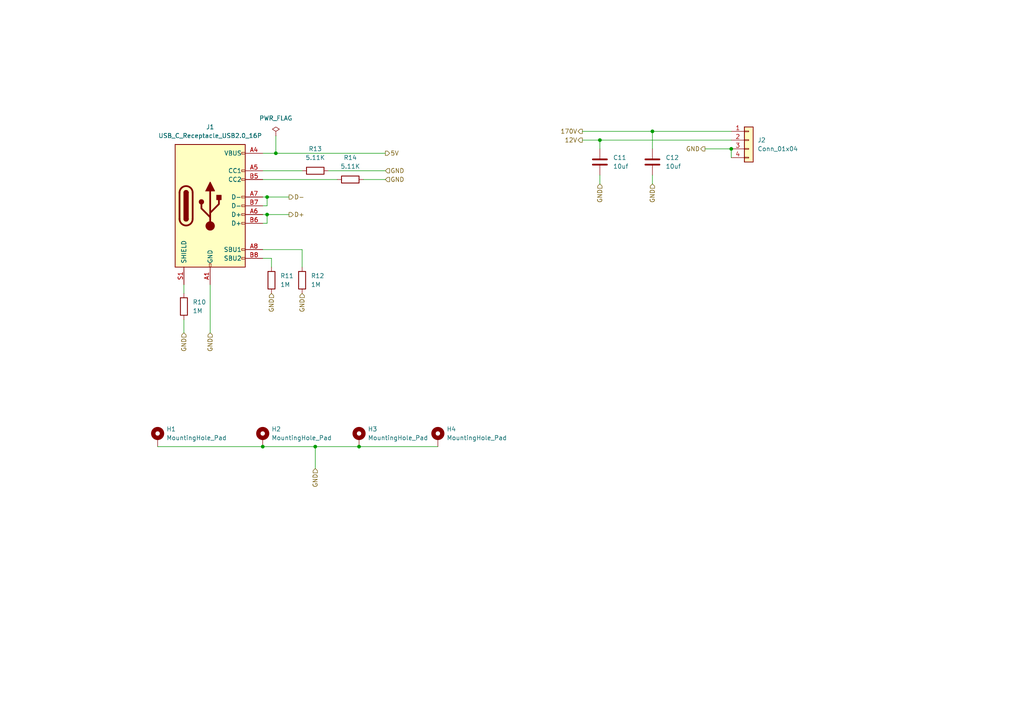
<source format=kicad_sch>
(kicad_sch (version 20250114) (generator "eeschema") (generator_version "9.0")
  (paper "A4")
  (title_block (title "Connectors"))
  (lib_symbols
    (symbol "Connector:USB_C_Receptacle_USB2.0_16P" (pin_names (offset 1.016))
      (property "Reference" "J" (at 0 22.225 0))
      (property "Value" "USB_C_Receptacle_USB2.0_16P" (at 0 19.685 0))
      (symbol "USB_C_Receptacle_USB2.0_16P_0_0"
        (rectangle (start -0.254 -17.78) (end 0.254 -16.764))
        (rectangle (start 10.16 15.494) (end 9.144 14.986))
        (rectangle (start 10.16 10.414) (end 9.144 9.906))
        (rectangle (start 10.16 7.874) (end 9.144 7.366))
        (rectangle (start 10.16 2.794) (end 9.144 2.286))
        (rectangle (start 10.16 0.254) (end 9.144 -0.254))
        (rectangle (start 10.16 -2.286) (end 9.144 -2.794))
        (rectangle (start 10.16 -4.826) (end 9.144 -5.334))
        (rectangle (start 10.16 -12.446) (end 9.144 -12.954))
        (rectangle (start 10.16 -14.986) (end 9.144 -15.494))
      )
      (symbol "USB_C_Receptacle_USB2.0_16P_0_1"
        (rectangle (start -10.16 17.78) (end 10.16 -17.78) (stroke (width 0.254)) (fill (type background)))
        (polyline (pts (xy -8.89 -3.81) (xy -8.89 3.81)) (stroke (width 0.508)))
        (rectangle (start -7.62 -3.81) (end -6.35 3.81) (stroke (width 0.254)) (fill (type outline)))
        (arc (start -7.62 3.81) (mid -6.985 4.4423) (end -6.35 3.81) (stroke (width 0.254)))
        (arc (start -7.62 3.81) (mid -6.985 4.4423) (end -6.35 3.81) (stroke (width 0.254)) (fill (type outline)))
        (arc (start -8.89 3.81) (mid -6.985 5.7067) (end -5.08 3.81) (stroke (width 0.508)))
        (arc (start -5.08 -3.81) (mid -6.985 -5.7067) (end -8.89 -3.81) (stroke (width 0.508)))
        (arc (start -6.35 -3.81) (mid -6.985 -4.4423) (end -7.62 -3.81) (stroke (width 0.254)))
        (arc (start -6.35 -3.81) (mid -6.985 -4.4423) (end -7.62 -3.81) (stroke (width 0.254)) (fill (type outline)))
        (polyline (pts (xy -5.08 3.81) (xy -5.08 -3.81)) (stroke (width 0.508)))
        (circle (center -2.54 1.143) (radius 0.635) (stroke (width 0.254)) (fill (type outline)))
        (polyline (pts (xy -1.27 4.318) (xy 0 6.858) (xy 1.27 4.318) (xy -1.27 4.318)) (stroke (width 0.254)) (fill (type outline)))
        (polyline (pts (xy 0 -2.032) (xy 2.54 0.508) (xy 2.54 1.778)) (stroke (width 0.508)))
        (polyline (pts (xy 0 -3.302) (xy -2.54 -0.762) (xy -2.54 0.508)) (stroke (width 0.508)))
        (polyline (pts (xy 0 -5.842) (xy 0 4.318)) (stroke (width 0.508)))
        (circle (center 0 -5.842) (radius 1.27) (fill (type outline)))
        (rectangle (start 1.905 1.778) (end 3.175 3.048) (stroke (width 0.254)) (fill (type outline)))
      )
      (symbol "USB_C_Receptacle_USB2.0_16P_1_1"
        (pin passive line (at -7.62 -22.86 90) (length 5.08) (name "SHIELD") (number "S1"))
        (pin passive line (at 0 -22.86 90) (length 5.08) (name "GND") (number "A1"))
        (pin passive line (at 0 -22.86 90) (length 5.08) (hide yes) (name "GND") (number "A12"))
        (pin passive line (at 0 -22.86 90) (length 5.08) (hide yes) (name "GND") (number "B1"))
        (pin passive line (at 0 -22.86 90) (length 5.08) (hide yes) (name "GND") (number "B12"))
        (pin passive line (at 15.24 15.24 180) (length 5.08) (name "VBUS") (number "A4"))
        (pin passive line (at 15.24 15.24 180) (length 5.08) (hide yes) (name "VBUS") (number "A9"))
        (pin passive line (at 15.24 15.24 180) (length 5.08) (hide yes) (name "VBUS") (number "B4"))
        (pin passive line (at 15.24 15.24 180) (length 5.08) (hide yes) (name "VBUS") (number "B9"))
        (pin bidirectional line (at 15.24 10.16 180) (length 5.08) (name "CC1") (number "A5"))
        (pin bidirectional line (at 15.24 7.62 180) (length 5.08) (name "CC2") (number "B5"))
        (pin bidirectional line (at 15.24 2.54 180) (length 5.08) (name "D-") (number "A7"))
        (pin bidirectional line (at 15.24 0 180) (length 5.08) (name "D-") (number "B7"))
        (pin bidirectional line (at 15.24 -2.54 180) (length 5.08) (name "D+") (number "A6"))
        (pin bidirectional line (at 15.24 -5.08 180) (length 5.08) (name "D+") (number "B6"))
        (pin bidirectional line (at 15.24 -12.7 180) (length 5.08) (name "SBU1") (number "A8"))
        (pin bidirectional line (at 15.24 -15.24 180) (length 5.08) (name "SBU2") (number "B8"))
      )
    )
    (symbol "Connector_Generic:Conn_01x04" (pin_names (offset 1.016) (hide yes))
      (property "Reference" "J" (at 0 5.08 0))
      (property "Value" "Conn_01x04" (at 0 -7.62 0))
      (symbol "Conn_01x04_1_1"
        (rectangle (start -1.27 3.81) (end 1.27 -6.35) (stroke (width 0.254)) (fill (type background)))
        (rectangle (start -1.27 2.667) (end 0 2.413) (stroke (width 0.1524)))
        (rectangle (start -1.27 0.127) (end 0 -0.127) (stroke (width 0.1524)))
        (rectangle (start -1.27 -2.413) (end 0 -2.667) (stroke (width 0.1524)))
        (rectangle (start -1.27 -4.953) (end 0 -5.207) (stroke (width 0.1524)))
        (pin passive line (at -5.08 2.54 0) (length 3.81) (name "Pin_1") (number "1"))
        (pin passive line (at -5.08 0 0) (length 3.81) (name "Pin_2") (number "2"))
        (pin passive line (at -5.08 -2.54 0) (length 3.81) (name "Pin_3") (number "3"))
        (pin passive line (at -5.08 -5.08 0) (length 3.81) (name "Pin_4") (number "4"))
      )
    )
    (symbol "Device:C" (pin_numbers (hide yes)) (pin_names (offset 0.254))
      (property "Reference" "C" (at 0.635 2.54 0))
      (property "Value" "C" (at 0.635 -2.54 0))
      (symbol "C_0_1"
        (polyline (pts (xy -2.032 0.762) (xy 2.032 0.762)) (stroke (width 0.508)))
        (polyline (pts (xy -2.032 -0.762) (xy 2.032 -0.762)) (stroke (width 0.508)))
      )
      (symbol "C_1_1"
        (pin passive line (at 0 3.81 270) (length 2.794) (name "~") (number "1"))
        (pin passive line (at 0 -3.81 90) (length 2.794) (name "~") (number "2"))
      )
    )
    (symbol "Device:R" (pin_numbers (hide yes)) (pin_names (offset 0))
      (property "Reference" "R" (at 2.032 0 90))
      (property "Value" "R" (at 0 0 90))
      (symbol "R_0_1"
        (rectangle (start -1.016 -2.54) (end 1.016 2.54) (stroke (width 0.254)))
      )
      (symbol "R_1_1"
        (pin passive line (at 0 3.81 270) (length 1.27) (name "~") (number "1"))
        (pin passive line (at 0 -3.81 90) (length 1.27) (name "~") (number "2"))
      )
    )
    (symbol "Mechanical:MountingHole_Pad" (pin_numbers (hide yes)) (pin_names (offset 1.016) (hide yes)) (in_bom no)
      (property "Reference" "H" (at 0 6.35 0))
      (property "Value" "MountingHole_Pad" (at 0 4.445 0))
      (symbol "MountingHole_Pad_0_1"
        (circle (center 0 1.27) (radius 1.27) (stroke (width 1.27)))
      )
      (symbol "MountingHole_Pad_1_1"
        (pin input line (at 0 -2.54 90) (length 2.54) (name "1") (number "1"))
      )
    )
    (symbol "power:PWR_FLAG" (power) (pin_numbers (hide yes)) (pin_names (offset 0) (hide yes))
      (property "Value" "PWR_FLAG" (at 0 3.81 0))
      (symbol "PWR_FLAG_0_0"
        (pin power_out line (at 0 0 90) (length 0) (name "~") (number "1"))
      )
      (symbol "PWR_FLAG_0_1"
        (polyline (pts (xy 0 0) (xy 0 1.27) (xy -1.016 1.905) (xy 0 2.54) (xy 1.016 1.905) (xy 0 1.27)))
      )
    )
  )
  (junction (at 77.47 57.15))
  (junction (at 80.01 44.45))
  (junction (at 91.44 129.54))
  (junction (at 189.23 38.1))
  (junction (at 77.47 62.23))
  (junction (at 104.14 129.54))
  (junction (at 76.2 129.54))
  (junction (at 212.09 43.18))
  (junction (at 173.99 40.64))
  (wire (pts (xy 173.99 43.18) (xy 173.99 40.64)))
  (wire (pts (xy 189.23 50.8) (xy 189.23 53.34)))
  (wire (pts (xy 105.41 52.07) (xy 111.76 52.07)))
  (wire (pts (xy 76.2 129.54) (xy 91.44 129.54)))
  (wire (pts (xy 76.2 57.15) (xy 77.47 57.15)))
  (wire (pts (xy 76.2 72.39) (xy 87.63 72.39)))
  (wire (pts (xy 77.47 62.23) (xy 83.82 62.23)))
  (wire (pts (xy 173.99 40.64) (xy 212.09 40.64)))
  (wire (pts (xy 77.47 57.15) (xy 83.82 57.15)))
  (wire (pts (xy 76.2 59.69) (xy 77.47 59.69)))
  (wire (pts (xy 104.14 129.54) (xy 127 129.54)))
  (wire (pts (xy 80.01 39.37) (xy 80.01 44.45)))
  (wire (pts (xy 95.25 49.53) (xy 111.76 49.53)))
  (wire (pts (xy 76.2 52.07) (xy 97.79 52.07)))
  (wire (pts (xy 168.91 38.1) (xy 189.23 38.1)))
  (wire (pts (xy 76.2 49.53) (xy 87.63 49.53)))
  (wire (pts (xy 53.34 82.55) (xy 53.34 85.09)))
  (wire (pts (xy 189.23 38.1) (xy 189.23 43.18)))
  (wire (pts (xy 91.44 129.54) (xy 104.14 129.54)))
  (wire (pts (xy 77.47 57.15) (xy 77.47 59.69)))
  (wire (pts (xy 173.99 53.34) (xy 173.99 50.8)))
  (wire (pts (xy 60.96 82.55) (xy 60.96 96.52)))
  (wire (pts (xy 189.23 38.1) (xy 212.09 38.1)))
  (wire (pts (xy 87.63 72.39) (xy 87.63 77.47)))
  (wire (pts (xy 212.09 43.18) (xy 212.09 45.72)))
  (wire (pts (xy 168.91 40.64) (xy 173.99 40.64)))
  (wire (pts (xy 76.2 64.77) (xy 77.47 64.77)))
  (wire (pts (xy 76.2 74.93) (xy 78.74 74.93)))
  (wire (pts (xy 53.34 92.71) (xy 53.34 96.52)))
  (wire (pts (xy 80.01 44.45) (xy 111.76 44.45)))
  (wire (pts (xy 77.47 64.77) (xy 77.47 62.23)))
  (wire (pts (xy 204.47 43.18) (xy 212.09 43.18)))
  (wire (pts (xy 91.44 129.54) (xy 91.44 135.89)))
  (wire (pts (xy 76.2 62.23) (xy 77.47 62.23)))
  (wire (pts (xy 78.74 74.93) (xy 78.74 77.47)))
  (wire (pts (xy 76.2 44.45) (xy 80.01 44.45)))
  (wire (pts (xy 45.72 129.54) (xy 76.2 129.54)))
  (hierarchical_label "GND" (shape input) (at 53.34 96.52 270))
  (hierarchical_label "D+" (shape output) (at 83.82 62.23 0))
  (hierarchical_label "GND" (shape input) (at 60.96 96.52 270))
  (hierarchical_label "GND" (shape input) (at 111.76 52.07 0))
  (hierarchical_label "GND" (shape input) (at 173.99 53.34 270))
  (hierarchical_label "GND" (shape input) (at 189.23 53.34 270))
  (hierarchical_label "GND" (shape input) (at 91.44 135.89 270))
  (hierarchical_label "GND" (shape input) (at 78.74 85.09 270))
  (hierarchical_label "GND" (shape output) (at 204.47 43.18 180))
  (hierarchical_label "GND" (shape input) (at 111.76 49.53 0))
  (hierarchical_label "5V" (shape output) (at 111.76 44.45 0))
  (hierarchical_label "D-" (shape output) (at 83.82 57.15 0))
  (hierarchical_label "GND" (shape input) (at 87.63 85.09 270))
  (hierarchical_label "170V" (shape output) (at 168.91 38.1 180))
  (hierarchical_label "12V" (shape output) (at 168.91 40.64 180))
  (symbol (lib_id "Device:C") (at 173.99 46.99 0) (unit 1)
    (property "Reference" "C11" (at 177.8 45.7199 0) (effects (justify left)))
    (property "Value" "10uf" (at 177.8 48.2599 0) (effects (justify left)))
    (property "Footprint" "Capacitor_SMD:C_1206_3216Metric" (effects (hide yes)))
    (property "Description" "Unpolarized capacitor" (effects (hide yes)))
  )
  (symbol (lib_id "Device:R") (at 91.44 49.53 90) (unit 1)
    (property "Reference" "R13" (at 91.44 43.18 90))
    (property "Value" "5.11K" (at 91.44 45.72 90))
    (property "Footprint" "Resistor_SMD:R_1206_3216Metric" (effects (hide yes)))
    (property "Description" "Resistor" (effects (hide yes)))
  )
  (symbol (lib_id "Connector_Generic:Conn_01x04") (at 217.17 40.64 0) (unit 1)
    (property "Reference" "J2" (at 219.71 40.6399 0) (effects (justify left)))
    (property "Value" "Conn_01x04" (at 219.71 43.1799 0) (effects (justify left)))
    (property "Footprint" "TerminalBlock_Phoenix:TerminalBlock_Phoenix_MKDS-1,5-4-5.08_1x04_P5.08mm_Horizontal" (effects (hide yes)))
    (property "Description" "Generic connector, single row, 01x04, script generated (kicad-library-utils/schlib/autogen/connector/)" (effects (hide yes)))
  )
  (symbol (lib_id "Mechanical:MountingHole_Pad") (at 104.14 127 0) (unit 1) (in_bom no)
    (property "Reference" "H3" (at 106.68 124.4599 0) (effects (justify left)))
    (property "Value" "MountingHole_Pad" (at 106.68 126.9999 0) (effects (justify left)))
    (property "Footprint" "MountingHole:MountingHole_3.2mm_M3_Pad" (effects (hide yes)))
    (property "Description" "Mounting Hole with connection" (effects (hide yes)))
  )
  (symbol (lib_id "Mechanical:MountingHole_Pad") (at 76.2 127 0) (unit 1) (in_bom no)
    (property "Reference" "H2" (at 78.74 124.4599 0) (effects (justify left)))
    (property "Value" "MountingHole_Pad" (at 78.74 126.9999 0) (effects (justify left)))
    (property "Footprint" "MountingHole:MountingHole_3.2mm_M3_Pad" (effects (hide yes)))
    (property "Description" "Mounting Hole with connection" (effects (hide yes)))
  )
  (symbol (lib_id "Device:R") (at 78.74 81.28 0) (unit 1)
    (property "Reference" "R11" (at 81.28 80.0099 0) (effects (justify left)))
    (property "Value" "1M" (at 81.28 82.5499 0) (effects (justify left)))
    (property "Footprint" "Resistor_SMD:R_1206_3216Metric" (effects (hide yes)))
    (property "Description" "Resistor" (effects (hide yes)))
  )
  (symbol (lib_id "Mechanical:MountingHole_Pad") (at 127 127 0) (unit 1) (in_bom no)
    (property "Reference" "H4" (at 129.54 124.4599 0) (effects (justify left)))
    (property "Value" "MountingHole_Pad" (at 129.54 126.9999 0) (effects (justify left)))
    (property "Footprint" "MountingHole:MountingHole_3.2mm_M3_Pad" (effects (hide yes)))
    (property "Description" "Mounting Hole with connection" (effects (hide yes)))
  )
  (symbol (lib_id "power:PWR_FLAG") (at 80.01 39.37 0) (unit 1)
    (property "Reference" "#FLG04" (effects (hide yes)))
    (property "Value" "PWR_FLAG" (at 80.01 34.29 0))
    (property "Description" "Special symbol for telling ERC where power comes from" (effects (hide yes)))
  )
  (symbol (lib_id "Device:R") (at 53.34 88.9 0) (unit 1)
    (property "Reference" "R10" (at 55.88 87.6299 0) (effects (justify left)))
    (property "Value" "1M" (at 55.88 90.1699 0) (effects (justify left)))
    (property "Footprint" "Resistor_SMD:R_1206_3216Metric" (effects (hide yes)))
    (property "Description" "Resistor" (effects (hide yes)))
  )
  (symbol (lib_id "Connector:USB_C_Receptacle_USB2.0_16P") (at 60.96 59.69 0) (unit 1)
    (property "Reference" "J1" (at 60.96 36.83 0))
    (property "Value" "USB_C_Receptacle_USB2.0_16P" (at 60.96 39.37 0))
    (property "Footprint" "Connector_USB:USB_C_Receptacle_GCT_USB4105-xx-A_16P_TopMnt_Horizontal" (effects (hide yes)))
    (property "Datasheet" "https://www.usb.org/sites/default/files/documents/usb_type-c.zip" (effects (hide yes)))
    (property "Description" "USB 2.0-only 16P Type-C Receptacle connector" (effects (hide yes)))
  )
  (symbol (lib_id "Device:R") (at 87.63 81.28 0) (unit 1)
    (property "Reference" "R12" (at 90.17 80.0099 0) (effects (justify left)))
    (property "Value" "1M" (at 90.17 82.5499 0) (effects (justify left)))
    (property "Footprint" "Resistor_SMD:R_1206_3216Metric" (effects (hide yes)))
    (property "Description" "Resistor" (effects (hide yes)))
  )
  (symbol (lib_id "Device:C") (at 189.23 46.99 0) (unit 1)
    (property "Reference" "C12" (at 193.04 45.7199 0) (effects (justify left)))
    (property "Value" "10uf" (at 193.04 48.2599 0) (effects (justify left)))
    (property "Footprint" "Capacitor_THT:CP_Radial_D8.0mm_P3.50mm" (effects (hide yes)))
    (property "Description" "Unpolarized capacitor" (effects (hide yes)))
  )
  (symbol (lib_id "Device:R") (at 101.6 52.07 270) (unit 1)
    (property "Reference" "R14" (at 101.6 45.72 90))
    (property "Value" "5.11K" (at 101.6 48.26 90))
    (property "Footprint" "Resistor_SMD:R_1206_3216Metric" (effects (hide yes)))
    (property "Description" "Resistor" (effects (hide yes)))
  )
  (symbol (lib_id "Mechanical:MountingHole_Pad") (at 45.72 127 0) (unit 1) (in_bom no)
    (property "Reference" "H1" (at 48.26 124.4599 0) (effects (justify left)))
    (property "Value" "MountingHole_Pad" (at 48.26 126.9999 0) (effects (justify left)))
    (property "Footprint" "MountingHole:MountingHole_3.2mm_M3_Pad" (effects (hide yes)))
    (property "Description" "Mounting Hole with connection" (effects (hide yes)))
  )
)
</source>
